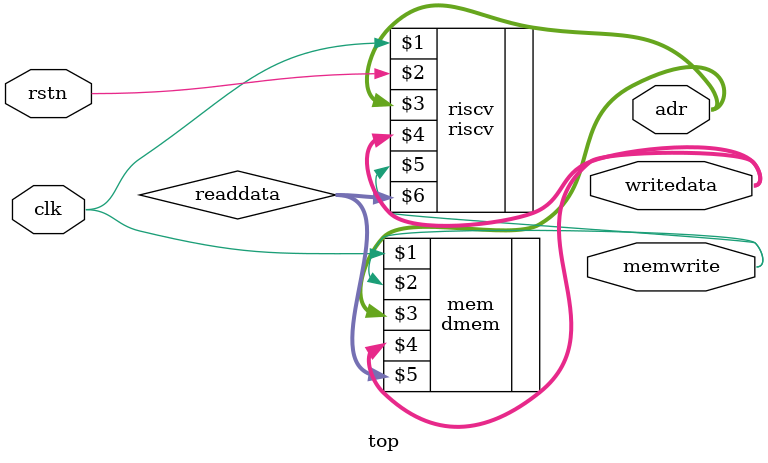
<source format=sv>
`default_nettype none

module top(input  wire logic        clk, rstn,
           output logic      [31:0] writedata, adr,
           output logic             memwrite);

  logic [31:0] readdata;

  // instantiate processor and memory
  riscv riscv(clk, rstn, adr, writedata, memwrite, readdata);
  dmem  mem(clk, memwrite, adr, writedata, readdata);

endmodule

`default_nettype wire

</source>
